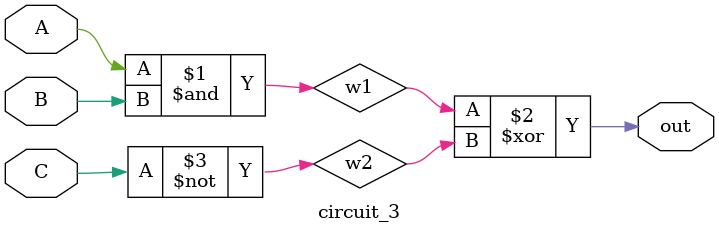
<source format=v>
`timescale 1ns / 1ps

module circuit_3(input A,input B,input C,output out);

    wire w1;
    wire w2;

    and #(2) (w1,A,B);
    not #(1) (w2,C);
    xor #(3) (out,w1,w2);

endmodule

</source>
